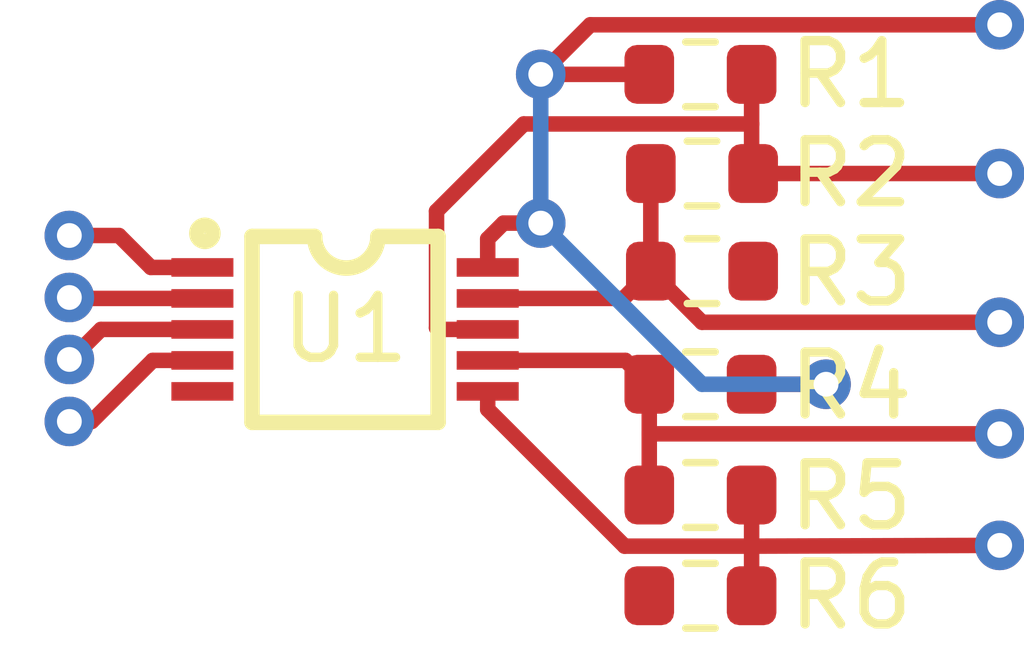
<source format=kicad_pcb>
(kicad_pcb (version 20221018) (generator pcbnew)
  (layers (0 "F.Cu" signal) (31 "B.Cu" signal) (34 "B.Paste" user) (35 "F.Paste" user) (36 "B.SilkS" user "B.Silkscreen") (37 "F.SilkS" user "F.Silkscreen") (38 "B.Mask" user) (39 "F.Mask" user) (44 "Edge.Cuts" user))
  (net 0 "")
  (net 1 "vdd_a_")
  (net 2 "sda")
  (net 3 "en")
  (net 4 "scl")
  (net 5 "gnd")
  (net 6 "dsclm")
  (net 7 "dsclp")
  (net 8 "dsdap")
  (net 9 "dsdam")
  (net 10 "vdd_b_")
  (footprint "lib:R0603" (layer "F.Cu") (at 155.175 91)
    (fp_text reference "R1" (at 2.425 0) (layer "F.SilkS"))
    (fp_text value "Chip Resistor - Surface Mount 300Ohms ±5% 1/10W 0603 RoHS" hide)
    (fp_line (start -0.237258 -0.5225) (end 0.237258 -0.5225) (stroke (width 0.12)) (layer "F.SilkS"))
    (fp_line (start -0.237258 0.5225) (end 0.237258 0.5225) (stroke (width 0.12)) (layer "F.SilkS"))
    (pad "1" smd roundrect (at -0.825 0) (size 0.8 0.95) (layers "F.Cu" "F.Paste" "F.Mask") (net 10 "vdd_b_"))
    (pad "2" smd roundrect (at 0.825 0) (size 0.8 0.95) (layers "F.Cu" "F.Paste" "F.Mask") (net 8 "dsdap"))
  )
  (footprint "lib:R0603" (layer "F.Cu") (at 155.175 97.7875)
    (fp_text reference "R5" (at 2.425 0.025) (layer "F.SilkS"))
    (fp_text value "Chip Resistor - Surface Mount 100Ohms ±5% 1/10W 0603 RoHS" hide)
    (fp_line (start -0.237258 -0.5225) (end 0.237258 -0.5225) (stroke (width 0.12)) (layer "F.SilkS"))
    (fp_line (start -0.237258 0.5225) (end 0.237258 0.5225) (stroke (width 0.12)) (layer "F.SilkS"))
    (pad "1" smd roundrect (at -0.825 0) (size 0.8 0.95) (layers "F.Cu" "F.Paste" "F.Mask") (net 7 "dsclp"))
    (pad "2" smd roundrect (at 0.825 0) (size 0.8 0.95) (layers "F.Cu" "F.Paste" "F.Mask") (net 6 "dsclm"))
  )
  (footprint "lib:R0603" (layer "F.Cu") (at 155.2 94.175)
    (fp_text reference "R3" (at 2.4 0.025) (layer "F.SilkS"))
    (fp_text value "Chip Resistor - Surface Mount 300Ohms ±5% 1/10W 0603 RoHS" hide)
    (fp_line (start -0.237258 -0.5225) (end 0.237258 -0.5225) (stroke (width 0.12)) (layer "F.SilkS"))
    (fp_line (start -0.237258 0.5225) (end 0.237258 0.5225) (stroke (width 0.12)) (layer "F.SilkS"))
    (pad "1" smd roundrect (at -0.825 0) (size 0.8 0.95) (layers "F.Cu" "F.Paste" "F.Mask") (net 9 "dsdam"))
    (pad "2" smd roundrect (at 0.825 0) (size 0.8 0.95) (layers "F.Cu" "F.Paste" "F.Mask") (net 5 "gnd"))
  )
  (footprint "lib:R0603" (layer "F.Cu") (at 155.2 92.6 180)
    (fp_text reference "R2" (at -2.4 0) (layer "F.SilkS"))
    (fp_text value "Chip Resistor - Surface Mount 100Ohms ±5% 1/10W 0603 RoHS" hide)
    (fp_line (start -0.237258 -0.5225) (end 0.237258 -0.5225) (stroke (width 0.12)) (layer "F.SilkS"))
    (fp_line (start -0.237258 0.5225) (end 0.237258 0.5225) (stroke (width 0.12)) (layer "F.SilkS"))
    (pad "1" smd roundrect (at -0.825 0 180) (size 0.8 0.95) (layers "F.Cu" "F.Paste" "F.Mask") (net 8 "dsdap"))
    (pad "2" smd roundrect (at 0.825 0 180) (size 0.8 0.95) (layers "F.Cu" "F.Paste" "F.Mask") (net 9 "dsdam"))
  )
  (footprint "lib:R0603" (layer "F.Cu") (at 155.175 99.4125 180)
    (fp_text reference "R6" (at -2.425 0) (layer "F.SilkS"))
    (fp_text value "Chip Resistor - Surface Mount 300Ohms ±5% 1/10W 0603 RoHS" hide)
    (fp_line (start -0.237258 -0.5225) (end 0.237258 -0.5225) (stroke (width 0.12)) (layer "F.SilkS"))
    (fp_line (start -0.237258 0.5225) (end 0.237258 0.5225) (stroke (width 0.12)) (layer "F.SilkS"))
    (pad "1" smd roundrect (at -0.825 0 180) (size 0.8 0.95) (layers "F.Cu" "F.Paste" "F.Mask") (net 6 "dsclm"))
    (pad "2" smd roundrect (at 0.825 0 180) (size 0.8 0.95) (layers "F.Cu" "F.Paste" "F.Mask") (net 5 "gnd"))
  )
  (footprint "lib:R0603" (layer "F.Cu") (at 155.175 96 180)
    (fp_text reference "R4" (at -2.425 -0.025) (layer "F.SilkS"))
    (fp_text value "Chip Resistor - Surface Mount 300Ohms ±5% 1/10W 0603 RoHS" hide)
    (fp_line (start -0.237258 -0.5225) (end 0.237258 -0.5225) (stroke (width 0.12)) (layer "F.SilkS"))
    (fp_line (start -0.237258 0.5225) (end 0.237258 0.5225) (stroke (width 0.12)) (layer "F.SilkS"))
    (pad "1" smd roundrect (at -0.825 0 180) (size 0.8 0.95) (layers "F.Cu" "F.Paste" "F.Mask") (net 10 "vdd_b_"))
    (pad "2" smd roundrect (at 0.825 0 180) (size 0.8 0.95) (layers "F.Cu" "F.Paste" "F.Mask") (net 7 "dsclp"))
  )
  (footprint "lib:TSSOP-10_L3.0-W3.0-P0.50-LS4.9-BL" (layer "F.Cu") (at 149.445 95.115 -90)
    (fp_text reference "U1" (at -0.005 -0.005 -180) (layer "F.SilkS"))
    (fp_text value "")
    (fp_line (start -1.5 -1.5) (end -1.5 -0.53) (stroke (width 0.25)) (layer "F.SilkS"))
    (fp_line (start -1.5 -1.5) (end 1.5 -1.5) (stroke (width 0.25)) (layer "F.SilkS"))
    (fp_line (start -1.5 1.5) (end -1.5 0.49) (stroke (width 0.25)) (layer "F.SilkS"))
    (fp_line (start -1.5 1.5) (end 1.5 1.5) (stroke (width 0.25)) (layer "F.SilkS"))
    (fp_line (start 1.5 1.5) (end 1.5 -1.5) (stroke (width 0.25)) (layer "F.SilkS"))
    (fp_arc (start -1.5 -0.53) (mid -0.99 -0.02) (end -1.5 0.49) (stroke (width 0.25)) (layer "F.SilkS"))
    (fp_circle (center -1.55 2.26) (end -1.42 2.26) (stroke (width 0.25)) (fill none) (layer "F.SilkS"))
    (pad "1" smd rect (at -1 2.3) (size 1 0.3) (layers "F.Cu" "F.Paste" "F.Mask") (net 1 "vdd_a_"))
    (pad "2" smd rect (at -0.5 2.3) (size 1 0.3) (layers "F.Cu" "F.Paste" "F.Mask") (net 2 "sda"))
    (pad "3" smd rect (at 0 2.3) (size 1 0.3) (layers "F.Cu" "F.Paste" "F.Mask") (net 3 "en"))
    (pad "4" smd rect (at 0.5 2.3) (size 1 0.3) (layers "F.Cu" "F.Paste" "F.Mask") (net 4 "scl"))
    (pad "5" smd rect (at 1 2.3) (size 1 0.3) (layers "F.Cu" "F.Paste" "F.Mask") (net 5 "gnd"))
    (pad "6" smd rect (at 1 -2.3 180) (size 1 0.3) (layers "F.Cu" "F.Paste" "F.Mask") (net 6 "dsclm"))
    (pad "7" smd rect (at 0.5 -2.3) (size 1 0.3) (layers "F.Cu" "F.Paste" "F.Mask") (net 7 "dsclp"))
    (pad "8" smd rect (at 0 -2.3) (size 1 0.3) (layers "F.Cu" "F.Paste" "F.Mask") (net 8 "dsdap"))
    (pad "9" smd rect (at -0.5 -2.3) (size 1 0.3) (layers "F.Cu" "F.Paste" "F.Mask") (net 9 "dsdam"))
    (pad "10" smd rect (at -1 -2.3) (size 1 0.3) (layers "F.Cu" "F.Paste" "F.Mask") (net 10 "vdd_b_"))
  )
  (segment (start 147.145 94.115) (end 146.315 94.115) (width 0.25) (layer "F.Cu") (net 1))
  (segment (start 145.8 93.6) (end 145 93.6) (width 0.25) (layer "F.Cu") (net 1))
  (segment (start 146.315 94.115) (end 145.8 93.6) (width 0.25) (layer "F.Cu") (net 1))
  (via (at 145 93.6) (size 0.8) (drill 0.4) (layers "F.Cu" "B.Cu") (net 1))
  (segment (start 147.145 94.615) (end 145.015 94.615) (width 0.25) (layer "F.Cu") (net 2))
  (segment (start 145.015 94.615) (end 145 94.6) (width 0.25) (layer "F.Cu") (net 2))
  (via (at 145 94.6) (size 0.8) (drill 0.4) (layers "F.Cu" "B.Cu") (net 2))
  (segment (start 147.145 95.115) (end 145.510305 95.115) (width 0.25) (layer "F.Cu") (net 3))
  (segment (start 145.510305 95.115) (end 145.025305 95.6) (width 0.25) (layer "F.Cu") (net 3))
  (segment (start 145.025305 95.6) (end 145 95.6) (width 0.25) (layer "F.Cu") (net 3))
  (via (at 145 95.6) (size 0.8) (drill 0.4) (layers "F.Cu" "B.Cu") (net 3))
  (segment (start 146.345 95.615) (end 145.36 96.6) (width 0.25) (layer "F.Cu") (net 4))
  (segment (start 145.36 96.6) (end 145 96.6) (width 0.25) (layer "F.Cu") (net 4))
  (segment (start 147.145 95.615) (end 146.345 95.615) (width 0.25) (layer "F.Cu") (net 4))
  (via (at 145 96.6) (size 0.8) (drill 0.4) (layers "F.Cu" "B.Cu") (net 4))
  (segment (start 151.745 96.405504) (end 153.951996 98.6125) (width 0.25) (layer "F.Cu") (net 6))
  (segment (start 151.745 96.115) (end 151.745 96.405504) (width 0.25) (layer "F.Cu") (net 6))
  (segment (start 156 97.7875) (end 156 98.6125) (width 0.25) (layer "F.Cu") (net 6))
  (segment (start 156 98.6125) (end 156 99.4125) (width 0.25) (layer "F.Cu") (net 6))
  (segment (start 156 98.6125) (end 160 98.6) (width 0.25) (layer "F.Cu") (net 6))
  (segment (start 153.951996 98.6125) (end 156 98.6125) (width 0.25) (layer "F.Cu") (net 6))
  (segment (start 160 98.6) (end 160 98.6125) (width 0.25) (layer "F.Cu") (net 6))
  (via (at 160 98.6) (size 0.8) (drill 0.4) (layers "F.Cu" "B.Cu") (net 6))
  (segment (start 154.35 96.2125) (end 154.35 96.8) (width 0.25) (layer "F.Cu") (net 7))
  (segment (start 151.745 95.615) (end 153.965 95.615) (width 0.25) (layer "F.Cu") (net 7))
  (segment (start 154.35 96.8) (end 154.35 97.7875) (width 0.25) (layer "F.Cu") (net 7))
  (segment (start 153.965 95.615) (end 154.35 96) (width 0.25) (layer "F.Cu") (net 7))
  (segment (start 154.35 96.8) (end 160 96.8) (width 0.25) (layer "F.Cu") (net 7))
  (via (at 160 96.8) (size 0.8) (drill 0.4) (layers "F.Cu" "B.Cu") (net 7))
  (segment (start 156 92.575) (end 156.025 92.6) (width 0.25) (layer "F.Cu") (net 8))
  (segment (start 152.326996 91.8) (end 156 91.8) (width 0.25) (layer "F.Cu") (net 8))
  (segment (start 156.025 92.6) (end 160 92.6) (width 0.25) (layer "F.Cu") (net 8))
  (segment (start 156 91) (end 156 91.8) (width 0.25) (layer "F.Cu") (net 8))
  (segment (start 156 91.8) (end 156 92.575) (width 0.25) (layer "F.Cu") (net 8))
  (segment (start 151.745 95.115) (end 150.945 95.115) (width 0.25) (layer "F.Cu") (net 8))
  (segment (start 150.92 95.09) (end 150.92 93.206996) (width 0.25) (layer "F.Cu") (net 8))
  (segment (start 150.945 95.115) (end 150.92 95.09) (width 0.25) (layer "F.Cu") (net 8))
  (segment (start 150.92 93.206996) (end 152.326996 91.8) (width 0.25) (layer "F.Cu") (net 8))
  (via (at 160 92.6) (size 0.8) (drill 0.4) (layers "F.Cu" "B.Cu") (net 8))
  (segment (start 151.745 94.615) (end 153.935 94.615) (width 0.25) (layer "F.Cu") (net 9))
  (segment (start 154.375 92.6) (end 154.375 94.175) (width 0.25) (layer "F.Cu") (net 9))
  (segment (start 154.375 94.175) (end 155.2 95) (width 0.25) (layer "F.Cu") (net 9))
  (segment (start 155.2 95) (end 160 95) (width 0.25) (layer "F.Cu") (net 9))
  (segment (start 153.935 94.615) (end 154.375 94.175) (width 0.25) (layer "F.Cu") (net 9))
  (via (at 160 95) (size 0.8) (drill 0.4) (layers "F.Cu" "B.Cu") (net 9))
  (segment (start 152.6 91) (end 153.4 90.2) (width 0.25) (layer "F.Cu") (net 10))
  (segment (start 157.2 96) (end 156 96) (width 0.25) (layer "F.Cu") (net 10))
  (segment (start 151.745 93.655) (end 152 93.4) (width 0.25) (layer "F.Cu") (net 10))
  (segment (start 152.6 91) (end 154.35 91) (width 0.25) (layer "F.Cu") (net 10))
  (segment (start 151.745 94.115) (end 151.745 93.655) (width 0.25) (layer "F.Cu") (net 10))
  (segment (start 153.4 90.2) (end 160 90.2) (width 0.25) (layer "F.Cu") (net 10))
  (segment (start 152 93.4) (end 152.6 93.4) (width 0.25) (layer "F.Cu") (net 10))
  (via (at 152.6 93.4) (size 0.8) (drill 0.4) (layers "F.Cu" "B.Cu") (net 10))
  (via (at 160 90.2) (size 0.8) (drill 0.4) (layers "F.Cu" "B.Cu") (net 10))
  (via (at 157.2 96) (size 0.8) (drill 0.4) (layers "F.Cu" "B.Cu") (net 10))
  (via (at 152.6 91) (size 0.8) (drill 0.4) (layers "F.Cu" "B.Cu") (net 10))
  (segment (start 155.2 96) (end 152.6 93.4) (width 0.25) (layer "B.Cu") (net 10))
  (segment (start 157.2 96) (end 155.2 96) (width 0.25) (layer "B.Cu") (net 10))
  (segment (start 152.6 91) (end 152.6 93.4) (width 0.25) (layer "B.Cu") (net 10))
)
</source>
